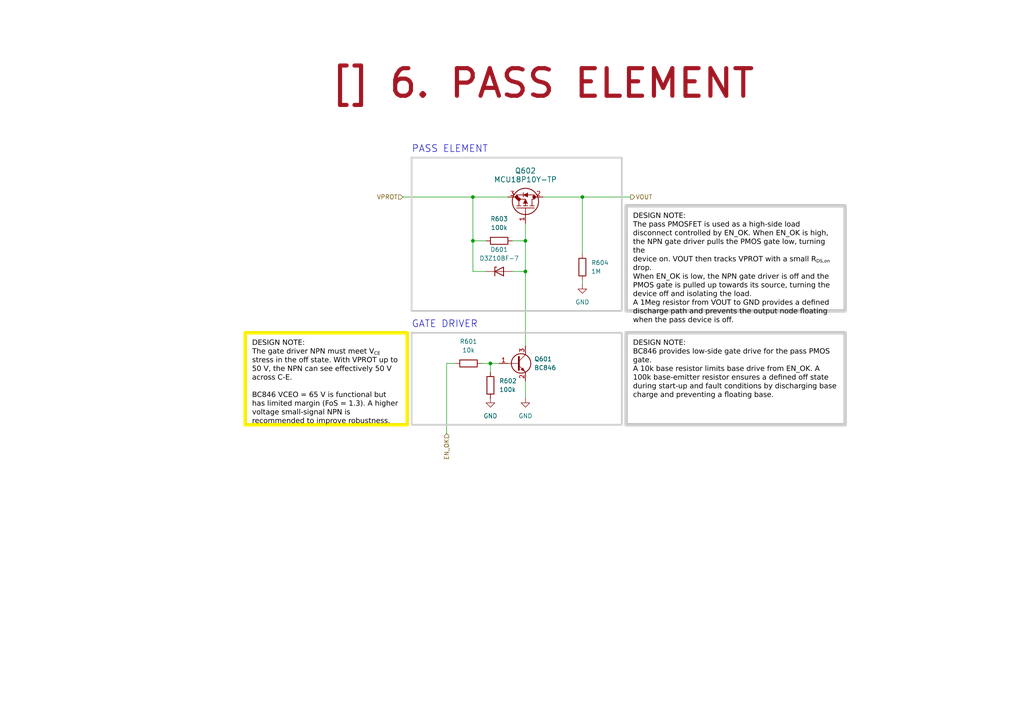
<source format=kicad_sch>
(kicad_sch (version 20250114) (generator "eeschema") (generator_version "9.0")
  (paper "A4")
  (title_block (title "6. PASS ELEMENT") (date "2025-01-12") (rev "${REVISION}") (company "${COMPANY}"))
  (lib_symbols
    (symbol "Device:D_Zener" (pin_numbers (hide yes)) (pin_names (offset 1.016) (hide yes))
      (property "Reference" "D" (at 0 2.54 0))
      (property "Value" "D_Zener" (at 0 -2.54 0))
      (symbol "D_Zener_0_1"
        (polyline (pts (xy -1.27 -1.27) (xy -1.27 1.27) (xy -0.762 1.27)) (stroke (width 0.254)))
        (polyline (pts (xy 1.27 0) (xy -1.27 0)))
        (polyline (pts (xy 1.27 -1.27) (xy 1.27 1.27) (xy -1.27 0) (xy 1.27 -1.27)) (stroke (width 0.254)))
      )
      (symbol "D_Zener_1_1"
        (pin passive line (at -3.81 0 0) (length 2.54) (name "K") (number "1"))
        (pin passive line (at 3.81 0 180) (length 2.54) (name "A") (number "2"))
      )
    )
    (symbol "Device:R" (pin_numbers (hide yes)) (pin_names (offset 0))
      (property "Reference" "R" (at 2.032 0 90))
      (property "Value" "R" (at 0 0 90))
      (symbol "R_0_1"
        (rectangle (start -1.016 -2.54) (end 1.016 2.54) (stroke (width 0.254)))
      )
      (symbol "R_1_1"
        (pin passive line (at 0 3.81 270) (length 1.27) (name "~") (number "1"))
        (pin passive line (at 0 -3.81 90) (length 1.27) (name "~") (number "2"))
      )
    )
    (symbol "MCU18P10Y-TP:MCU18P10Y-TP" (pin_names (offset 0.254))
      (property "Reference" "Q" (at 11.43 1.905 0))
      (property "Value" "MCU18P10Y-TP" (at 11.43 -2.54 0))
      (symbol "MCU18P10Y-TP_0_1"
        (polyline (pts (xy 2.54 0) (xy 4.445 0)) (stroke (width 0.2032)))
        (polyline (pts (xy 4.445 -2.54) (xy 4.445 2.54)) (stroke (width 0.2032)))
        (polyline (pts (xy 5.08 1.905) (xy 6.985 1.905)) (stroke (width 0.2032)))
        (polyline (pts (xy 5.08 1.27) (xy 5.08 2.54)) (stroke (width 0.2032)))
        (polyline (pts (xy 5.08 0) (xy 5.715 0)) (stroke (width 0.2032)))
        (polyline (pts (xy 5.08 -0.635) (xy 5.08 0.635)) (stroke (width 0.2032)))
        (polyline (pts (xy 5.08 -1.905) (xy 6.985 -1.905)) (stroke (width 0.2032)))
        (polyline (pts (xy 5.08 -2.54) (xy 5.08 -1.27)) (stroke (width 0.2032)))
        (polyline (pts (xy 5.715 0.635) (xy 6.985 0) (xy 5.715 -0.635)) (fill (type outline)))
        (circle (center 6.35 0) (radius 3.81) (stroke (width 0.254)))
        (polyline (pts (xy 6.985 2.54) (xy 8.255 2.54)) (stroke (width 0.2032)))
        (polyline (pts (xy 6.985 1.905) (xy 6.985 2.54)) (stroke (width 0.2032)))
        (circle (center 6.985 -1.905) (radius 0.0254) (stroke (width 0.508)))
        (polyline (pts (xy 6.985 -2.54) (xy 6.985 0)) (stroke (width 0.2032)))
        (polyline (pts (xy 6.985 -2.54) (xy 8.255 -2.54)) (stroke (width 0.2032)))
        (circle (center 7.62 2.54) (radius 0.0254) (stroke (width 0.508)))
        (circle (center 7.62 -2.54) (radius 0.0254) (stroke (width 0.508)))
        (polyline (pts (xy 8.255 0.635) (xy 8.255 2.54)) (stroke (width 0.2032)))
        (polyline (pts (xy 8.255 -2.54) (xy 8.255 -0.635)) (stroke (width 0.2032)))
        (polyline (pts (xy 8.89 0.635) (xy 7.62 0.635) (xy 8.255 -0.635)) (fill (type outline)))
        (polyline (pts (xy 8.89 -0.635) (xy 7.62 -0.635)) (stroke (width 0.2032)))
        (pin input line (at 0 0 0) (length 2.54) (name "") (number "1"))
        (pin passive line (at 7.62 5.08 270) (length 2.54) (name "") (number "2"))
        (pin passive line (at 7.62 -5.08 90) (length 2.54) (name "") (number "3"))
      )
    )
    (symbol "Transistor_BJT:BC846" (pin_names (offset 0) (hide yes))
      (property "Reference" "Q" (at 5.08 1.905 0))
      (property "Value" "BC846" (at 5.08 0 0))
      (symbol "BC846_0_1"
        (polyline (pts (xy -2.54 0) (xy 0.635 0)))
        (polyline (pts (xy 0.635 1.905) (xy 0.635 -1.905)) (stroke (width 0.508)))
        (circle (center 1.27 0) (radius 2.8194) (stroke (width 0.254)))
      )
      (symbol "BC846_1_1"
        (polyline (pts (xy 0.635 0.635) (xy 2.54 2.54)))
        (polyline (pts (xy 0.635 -0.635) (xy 2.54 -2.54)))
        (polyline (pts (xy 1.27 -1.778) (xy 1.778 -1.27) (xy 2.286 -2.286) (xy 1.27 -1.778)) (fill (type outline)))
        (pin input line (at -5.08 0 0) (length 2.54) (name "B") (number "1"))
        (pin passive line (at 2.54 5.08 270) (length 2.54) (name "C") (number "3"))
        (pin passive line (at 2.54 -5.08 90) (length 2.54) (name "E") (number "2"))
      )
    )
    (symbol "power:GND" (power) (pin_numbers (hide yes)) (pin_names (offset 0) (hide yes))
      (property "Value" "GND" (at 0 -3.81 0))
      (symbol "GND_0_1"
        (polyline (pts (xy 0 0) (xy 0 -1.27) (xy 1.27 -1.27) (xy 0 -2.54) (xy -1.27 -1.27) (xy 0 -1.27)))
      )
      (symbol "GND_1_1"
        (pin power_in line (at 0 0 270) (length 0) (name "~") (number "1"))
      )
    )
  )
  (rectangle (start 119.38 45.72) (end 180.34 90.17) (stroke (width 0.5) (color 200 200 200 1)))
  (rectangle (start 119.38 96.52) (end 180.34 123.19) (stroke (width 0.5) (color 200 200 200 1)))
  (text "PASS ELEMENT" (at 119.38 44.45 0) (effects (font (size 2 2)) (justify left bottom)))
  (text "GATE DRIVER" (at 119.38 95.25 0) (effects (font (size 2 2)) (justify left bottom)))
  (text_box "DESIGN NOTE:\nThe pass PMOSFET is used as a high-side load disconnect controlled by EN_OK. When EN_OK is high, the NPN gate driver pulls the PMOS gate low, turning the\ndevice on. VOUT then tracks VPROT with a small R_{DS,on} drop.\nWhen EN_OK is low, the NPN gate driver is off and the PMOS gate is pulled up towards its source, turning the device off and isolating the load.\nA 1Meg resistor from VOUT to GND provides a defined discharge path and prevents the output node floating when the pass device is off." (at 181.61 59.69 0) (size 63.5 30.48) (margins 2 2 2 2) (stroke (width 1) (color 200 200 200 1)) (effects (font (size 1.5 1.5)) (justify left top)))
  (text_box "DESIGN NOTE:\nThe gate driver NPN must meet V_{CE} stress in the off state. With VPROT up to 50 V, the NPN can see effectively 50 V across C-E.\n\nBC846 VCEO = 65 V is functional but has limited margin (FoS = 1.3). A higher voltage small-signal NPN is recommended to improve robustness." (at 71.12 96.52 0) (size 46.99 26.67) (margins 2 2 2 2) (stroke (width 1) (color 250 236 0 1)) (effects (font (size 1.5 1.5)) (justify left top)))
  (text_box "DESIGN NOTE:\nBC846 provides low-side gate drive for the pass PMOS gate.\nA 10k base resistor limits base drive from EN_OK. A 100k base-emitter resistor ensures a defined off state during start-up and fault conditions by discharging base charge and preventing a floating base." (at 181.61 96.52 0) (size 63.5 26.67) (margins 2 2 2 2) (stroke (width 1) (color 200 200 200 1)) (effects (font (size 1.5 1.5)) (justify left top)))
  (text_box "[${#}] ${TITLE}" (at 76.2 17.78 0) (size 162.56 12.7) (margins 5.9999 5.9999 5.9999 5.9999) (stroke (width -0.0001)) (effects (font (size 8 8) (thickness 1.2) (bold yes))))
  (junction (at 142.24 105.41))
  (junction (at 137.16 57.15))
  (junction (at 137.16 69.85))
  (junction (at 152.4 78.74))
  (junction (at 152.4 69.85))
  (junction (at 168.91 57.15))
  (wire (pts (xy 137.16 69.85) (xy 137.16 57.15)))
  (wire (pts (xy 152.4 110.49) (xy 152.4 115.57)))
  (wire (pts (xy 152.4 69.85) (xy 152.4 78.74)))
  (wire (pts (xy 168.91 81.28) (xy 168.91 82.55)))
  (wire (pts (xy 129.54 105.41) (xy 132.08 105.41)))
  (wire (pts (xy 139.7 105.41) (xy 142.24 105.41)))
  (wire (pts (xy 140.97 78.74) (xy 137.16 78.74)))
  (wire (pts (xy 157.48 57.15) (xy 168.91 57.15)))
  (wire (pts (xy 152.4 69.85) (xy 148.59 69.85)))
  (wire (pts (xy 140.97 69.85) (xy 137.16 69.85)))
  (wire (pts (xy 152.4 78.74) (xy 152.4 100.33)))
  (wire (pts (xy 116.84 57.15) (xy 137.16 57.15)))
  (wire (pts (xy 152.4 64.77) (xy 152.4 69.85)))
  (wire (pts (xy 142.24 105.41) (xy 142.24 107.95)))
  (wire (pts (xy 137.16 57.15) (xy 147.32 57.15)))
  (wire (pts (xy 168.91 57.15) (xy 182.88 57.15)))
  (wire (pts (xy 129.54 105.41) (xy 129.54 125.73)))
  (wire (pts (xy 152.4 78.74) (xy 148.59 78.74)))
  (wire (pts (xy 142.24 105.41) (xy 144.78 105.41)))
  (wire (pts (xy 137.16 78.74) (xy 137.16 69.85)))
  (wire (pts (xy 168.91 57.15) (xy 168.91 73.66)))
  (hierarchical_label "VPROT" (shape input) (at 116.84 57.15 180))
  (hierarchical_label "VOUT" (shape output) (at 182.88 57.15 0))
  (hierarchical_label "EN_OK" (shape input) (at 129.54 125.73 270))
  (symbol (lib_id "power:GND") (at 152.4 115.57 0) (unit 1)
    (property "Reference" "#PWR0602" (effects (hide yes)))
    (property "Value" "GND" (at 152.4 120.65 0))
    (property "Description" "Power symbol creates a global label with name \"GND\" , ground" (effects (hide yes)))
  )
  (symbol (lib_id "power:GND") (at 142.24 115.57 0) (unit 1)
    (property "Reference" "#PWR0601" (effects (hide yes)))
    (property "Value" "GND" (at 142.24 120.65 0))
    (property "Description" "Power symbol creates a global label with name \"GND\" , ground" (effects (hide yes)))
  )
  (symbol (lib_id "Transistor_BJT:BC846") (at 149.86 105.41 0) (unit 1)
    (property "Reference" "Q601" (at 154.94 104.1399 0) (effects (justify left)))
    (property "Value" "BC846" (at 154.94 106.6799 0) (effects (justify left)))
    (property "Footprint" "Package_TO_SOT_SMD:SOT-23" (effects (hide yes)))
    (property "Datasheet" "https://assets.nexperia.com/documents/data-sheet/BC846X-Q_SER.pdf" (effects (hide yes)))
    (property "Description" "TRANS NPN 65V 0.1A TO-236AB" (effects (hide yes)))
    (property "Manufacturer" "Nexperia USA Inc." (effects (hide yes)))
    (property "MPN" "BC846" (effects (hide yes)))
    (property "Notes" "VCEO > 65 V for 50 V rail, IC small, used as gate pull-down switch" (effects (hide yes)))
  )
  (symbol (lib_id "MCU18P10Y-TP:MCU18P10Y-TP") (at 152.4 64.77 270) (mirror x) (unit 1)
    (property "Reference" "Q602" (at 152.4 49.53 90) (effects (font (size 1.524 1.524))))
    (property "Value" "MCU18P10Y-TP" (at 152.4 52.07 90) (effects (font (size 1.524 1.524))))
    (property "Footprint" "MCU18P10Y-TP:DPAK_MCC" (effects (hide yes)))
    (property "Datasheet" "https://www.mccsemi.com/pdf/Products/MCU18P10Y(DPAK).pdf" (effects (hide yes)))
    (property "Description" "MOSFET P-CH 100V 18A DPAK" (effects (hide yes)))
    (property "Manufacturer" "MCC (Micro Commercial Components)" (effects (hide yes)))
    (property "MPN" "MCU18P10Y-TP" (effects (hide yes)))
    (property "Notes" "VDS > 100 V, ID > 2 A, P-channel device suitable for high-side switching" (effects (hide yes)))
  )
  (symbol (lib_id "Device:R") (at 135.89 105.41 270) (mirror x) (unit 1)
    (property "Reference" "R601" (at 135.89 99.0458 90))
    (property "Value" "10k" (at 135.89 101.5858 90))
    (property "Footprint" "Resistor_SMD:R_1206_3216Metric_Pad1.30x1.75mm_HandSolder" (effects (hide yes)))
    (property "Datasheet" "https://www.analogtechnologies.com/document/New_Resistor_Kits.pdf" (effects (hide yes)))
    (property "Description" "RES 10K OHM 1% 1/4W 1206" (effects (hide yes)))
    (property "Manufacturer" "Analog Technologies" (effects (hide yes)))
  )
  (symbol (lib_id "Device:R") (at 142.24 111.76 0) (mirror y) (unit 1)
    (property "Reference" "R602" (at 144.78 110.4899 0) (effects (justify right)))
    (property "Value" "100k" (at 144.78 113.0299 0) (effects (justify right)))
    (property "Footprint" "Resistor_SMD:R_1206_3216Metric_Pad1.30x1.75mm_HandSolder" (effects (hide yes)))
    (property "Datasheet" "https://www.analogtechnologies.com/document/New_Resistor_Kits.pdf" (effects (hide yes)))
    (property "Description" "RES 100K OHM 1% 1/4W 1206" (effects (hide yes)))
    (property "Manufacturer" "Analog Technologies" (effects (hide yes)))
  )
  (symbol (lib_id "Device:D_Zener") (at 144.78 78.74 0) (unit 1)
    (property "Reference" "D601" (at 144.78 72.39 0))
    (property "Value" "D3Z10BF-7" (at 144.78 74.93 0))
    (property "Footprint" "Diode_SMD:D_SOD-323_HandSoldering" (effects (hide yes)))
    (property "Datasheet" "https://www.diodes.com/assets/Datasheets/D3ZxVxBF.pdf" (effects (hide yes)))
    (property "Description" "DIODE ZENER 10V 400MW SOD323F" (effects (hide yes)))
    (property "Manufacturer" "Diodes Incorporated" (effects (hide yes)))
    (property "MPN" "D3Z10BF-7" (effects (hide yes)))
    (property "Notes" "VZ = 10 V, suitable for input over-voltage clamping" (effects (hide yes)))
  )
  (symbol (lib_id "Device:R") (at 144.78 69.85 270) (mirror x) (unit 1)
    (property "Reference" "R603" (at 144.78 63.4858 90))
    (property "Value" "100k" (at 144.78 66.0258 90))
    (property "Footprint" "Resistor_SMD:R_1206_3216Metric_Pad1.30x1.75mm_HandSolder" (effects (hide yes)))
    (property "Datasheet" "https://www.analogtechnologies.com/document/New_Resistor_Kits.pdf" (effects (hide yes)))
    (property "Description" "RES 100K OHM 1% 1/4W 1206" (effects (hide yes)))
    (property "Manufacturer" "Analog Technologies" (effects (hide yes)))
  )
  (symbol (lib_id "Device:R") (at 168.91 77.47 0) (mirror y) (unit 1)
    (property "Reference" "R604" (at 171.45 76.1999 0) (effects (justify right)))
    (property "Value" "1M" (at 171.45 78.7399 0) (effects (justify right)))
    (property "Footprint" "Resistor_SMD:R_1206_3216Metric_Pad1.30x1.75mm_HandSolder" (effects (hide yes)))
    (property "Datasheet" "https://www.analogtechnologies.com/document/New_Resistor_Kits.pdf" (effects (hide yes)))
    (property "Description" "RES 1M OHM 1% 1/4W 1206" (effects (hide yes)))
    (property "Manufacturer" "Analog Technologies" (effects (hide yes)))
  )
  (symbol (lib_id "power:GND") (at 168.91 82.55 0) (unit 1)
    (property "Reference" "#PWR0603" (effects (hide yes)))
    (property "Value" "GND" (at 168.91 87.63 0))
    (property "Description" "Power symbol creates a global label with name \"GND\" , ground" (effects (hide yes)))
  )
)
</source>
